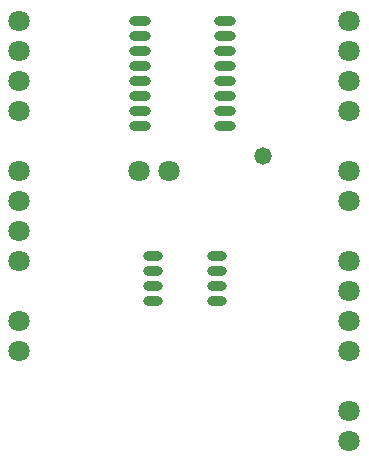
<source format=gts>
G04*
G04 #@! TF.GenerationSoftware,Altium Limited,Altium Designer,18.1.9 (240)*
G04*
G04 Layer_Color=8388736*
%FSLAX25Y25*%
%MOIN*%
G70*
G01*
G75*
%ADD17O,0.06509X0.03162*%
%ADD18O,0.07296X0.03162*%
%ADD19C,0.07099*%
%ADD20C,0.05800*%
D17*
X49902Y113406D02*
D03*
Y108405D02*
D03*
Y103405D02*
D03*
Y98405D02*
D03*
X71358Y113406D02*
D03*
Y108405D02*
D03*
Y103405D02*
D03*
Y98405D02*
D03*
D18*
X45571Y191516D02*
D03*
Y186516D02*
D03*
Y181516D02*
D03*
Y176516D02*
D03*
Y171516D02*
D03*
Y166516D02*
D03*
Y161516D02*
D03*
Y156516D02*
D03*
X74114Y191516D02*
D03*
Y186516D02*
D03*
Y181516D02*
D03*
Y176516D02*
D03*
Y171516D02*
D03*
Y166516D02*
D03*
Y161516D02*
D03*
Y156516D02*
D03*
D19*
X115512Y51496D02*
D03*
Y61496D02*
D03*
X45512Y141496D02*
D03*
X55512D02*
D03*
X5512D02*
D03*
Y131496D02*
D03*
Y121496D02*
D03*
Y111496D02*
D03*
Y91496D02*
D03*
Y81496D02*
D03*
X5512Y191496D02*
D03*
Y181496D02*
D03*
Y171496D02*
D03*
Y161496D02*
D03*
X115512D02*
D03*
Y171496D02*
D03*
Y181496D02*
D03*
Y191496D02*
D03*
Y131496D02*
D03*
Y141496D02*
D03*
Y111496D02*
D03*
Y101496D02*
D03*
Y91496D02*
D03*
Y81496D02*
D03*
D20*
X86614Y146457D02*
D03*
M02*

</source>
